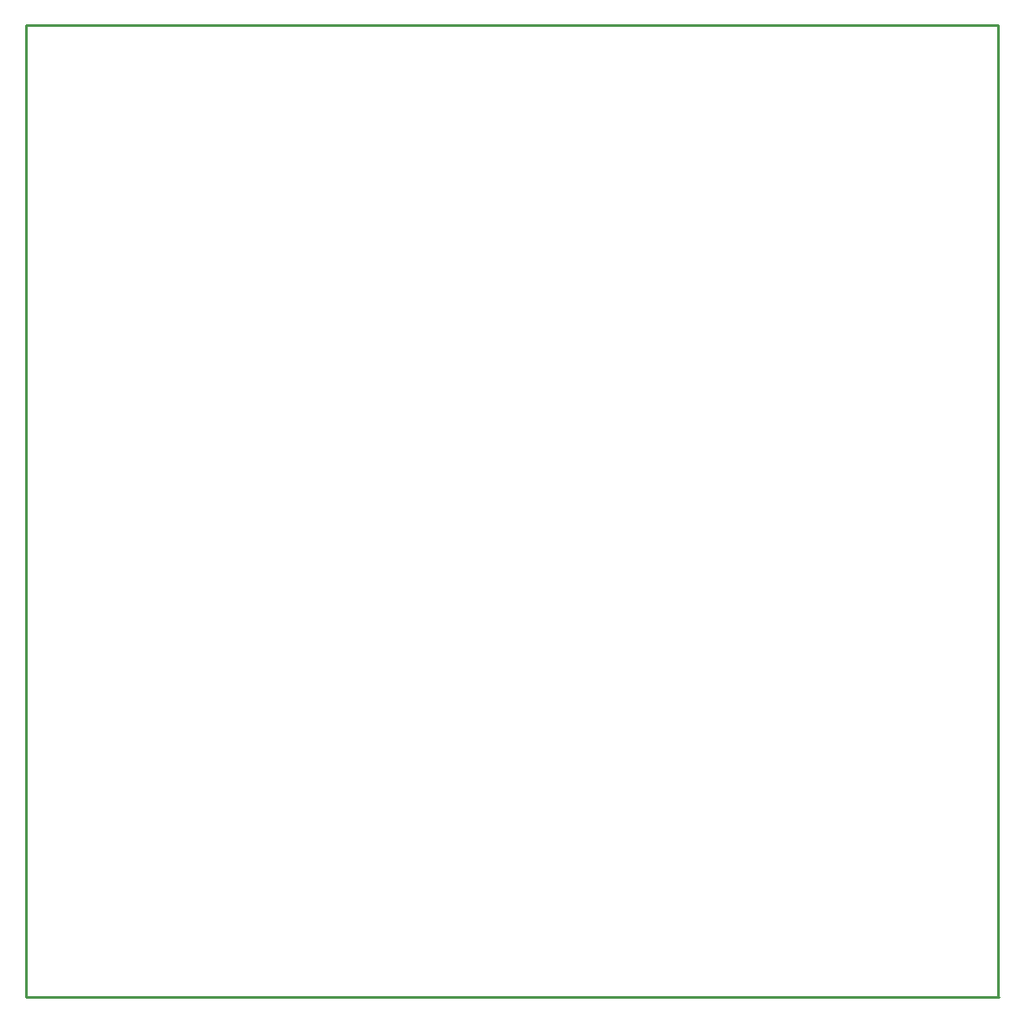
<source format=gm1>
G04*
G04 #@! TF.GenerationSoftware,Altium Limited,Altium Designer,21.6.4 (81)*
G04*
G04 Layer_Color=16711935*
%FSLAX25Y25*%
%MOIN*%
G70*
G04*
G04 #@! TF.SameCoordinates,DCC330B1-B26A-4D2F-83E0-9CF8D3C12DAD*
G04*
G04*
G04 #@! TF.FilePolarity,Positive*
G04*
G01*
G75*
%ADD10C,0.01000*%
D10*
X0Y374016D02*
X374016D01*
X0Y0D02*
Y374016D01*
X374016Y0D02*
Y374016D01*
X0Y0D02*
X374300D01*
M02*

</source>
